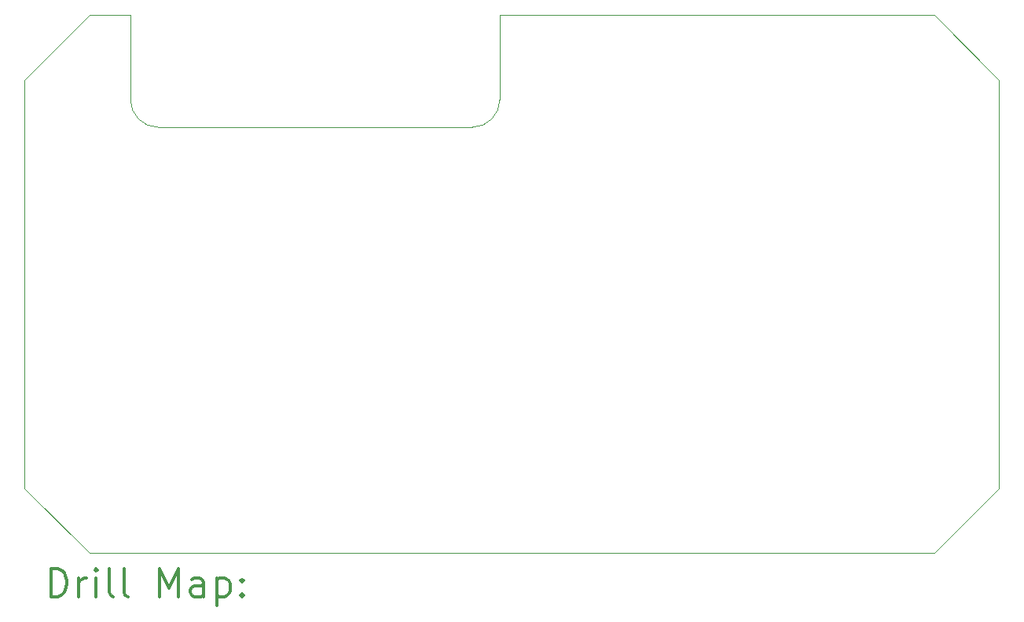
<source format=gbr>
%FSLAX45Y45*%
G04 Gerber Fmt 4.5, Leading zero omitted, Abs format (unit mm)*
G04 Created by KiCad (PCBNEW (5.1.9)-1) date 2021-05-25 00:15:54*
%MOMM*%
%LPD*%
G01*
G04 APERTURE LIST*
%TA.AperFunction,Profile*%
%ADD10C,0.050000*%
%TD*%
%ADD11C,0.200000*%
%ADD12C,0.300000*%
G04 APERTURE END LIST*
D10*
X11800000Y-2000000D02*
X7120000Y-2000000D01*
X3440000Y-3210000D02*
G75*
G02*
X3140000Y-2910000I0J300000D01*
G01*
X7120000Y-2910000D02*
G75*
G02*
X6820000Y-3210000I-300000J0D01*
G01*
X7120000Y-2910000D02*
X7120000Y-2000000D01*
X3440000Y-3210000D02*
X6820000Y-3210000D01*
X3140000Y-2000000D02*
X3140000Y-2910000D01*
X11800000Y-7800000D02*
X12500000Y-7100000D01*
X2700000Y-7800000D02*
X2000000Y-7100000D01*
X2000000Y-2700000D02*
X2700000Y-2000000D01*
X2000000Y-2700000D02*
X2000000Y-7100000D01*
X11800000Y-7800000D02*
X2700000Y-7800000D01*
X12500000Y-2700000D02*
X12500000Y-7100000D01*
X11800000Y-2000000D02*
X12500000Y-2700000D01*
X2700000Y-2000000D02*
X3140000Y-2000000D01*
D11*
D12*
X2283928Y-8268214D02*
X2283928Y-7968214D01*
X2355357Y-7968214D01*
X2398214Y-7982500D01*
X2426786Y-8011071D01*
X2441071Y-8039643D01*
X2455357Y-8096786D01*
X2455357Y-8139643D01*
X2441071Y-8196786D01*
X2426786Y-8225357D01*
X2398214Y-8253929D01*
X2355357Y-8268214D01*
X2283928Y-8268214D01*
X2583928Y-8268214D02*
X2583928Y-8068214D01*
X2583928Y-8125357D02*
X2598214Y-8096786D01*
X2612500Y-8082500D01*
X2641071Y-8068214D01*
X2669643Y-8068214D01*
X2769643Y-8268214D02*
X2769643Y-8068214D01*
X2769643Y-7968214D02*
X2755357Y-7982500D01*
X2769643Y-7996786D01*
X2783928Y-7982500D01*
X2769643Y-7968214D01*
X2769643Y-7996786D01*
X2955357Y-8268214D02*
X2926786Y-8253929D01*
X2912500Y-8225357D01*
X2912500Y-7968214D01*
X3112500Y-8268214D02*
X3083928Y-8253929D01*
X3069643Y-8225357D01*
X3069643Y-7968214D01*
X3455357Y-8268214D02*
X3455357Y-7968214D01*
X3555357Y-8182500D01*
X3655357Y-7968214D01*
X3655357Y-8268214D01*
X3926786Y-8268214D02*
X3926786Y-8111071D01*
X3912500Y-8082500D01*
X3883928Y-8068214D01*
X3826786Y-8068214D01*
X3798214Y-8082500D01*
X3926786Y-8253929D02*
X3898214Y-8268214D01*
X3826786Y-8268214D01*
X3798214Y-8253929D01*
X3783928Y-8225357D01*
X3783928Y-8196786D01*
X3798214Y-8168214D01*
X3826786Y-8153929D01*
X3898214Y-8153929D01*
X3926786Y-8139643D01*
X4069643Y-8068214D02*
X4069643Y-8368214D01*
X4069643Y-8082500D02*
X4098214Y-8068214D01*
X4155357Y-8068214D01*
X4183928Y-8082500D01*
X4198214Y-8096786D01*
X4212500Y-8125357D01*
X4212500Y-8211071D01*
X4198214Y-8239643D01*
X4183928Y-8253929D01*
X4155357Y-8268214D01*
X4098214Y-8268214D01*
X4069643Y-8253929D01*
X4341071Y-8239643D02*
X4355357Y-8253929D01*
X4341071Y-8268214D01*
X4326786Y-8253929D01*
X4341071Y-8239643D01*
X4341071Y-8268214D01*
X4341071Y-8082500D02*
X4355357Y-8096786D01*
X4341071Y-8111071D01*
X4326786Y-8096786D01*
X4341071Y-8082500D01*
X4341071Y-8111071D01*
M02*

</source>
